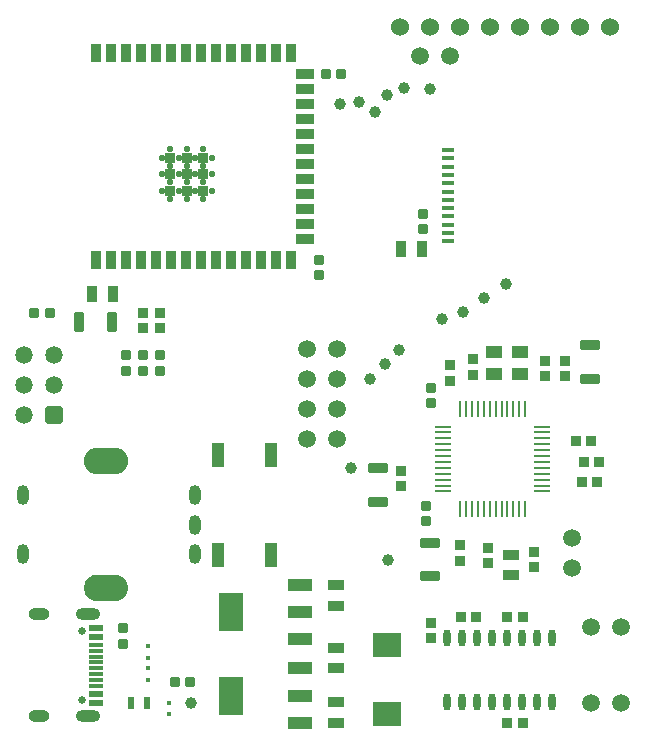
<source format=gbr>
%TF.GenerationSoftware,Altium Limited,Altium Designer,20.1.8 (145)*%
G04 Layer_Color=255*
%FSLAX45Y45*%
%MOMM*%
%TF.SameCoordinates,75FC8B90-4BF3-40FB-8E76-FB7BBE10E466*%
%TF.FilePolarity,Positive*%
%TF.FileFunction,Pads,Top*%
%TF.Part,Single*%
G01*
G75*
%TA.AperFunction,SMDPad,CuDef*%
G04:AMPARAMS|DCode=10|XSize=1.1mm|YSize=1.4mm|CornerRadius=0.055mm|HoleSize=0mm|Usage=FLASHONLY|Rotation=270.000|XOffset=0mm|YOffset=0mm|HoleType=Round|Shape=RoundedRectangle|*
%AMROUNDEDRECTD10*
21,1,1.10000,1.29000,0,0,270.0*
21,1,0.99000,1.40000,0,0,270.0*
1,1,0.11000,-0.64500,-0.49500*
1,1,0.11000,-0.64500,0.49500*
1,1,0.11000,0.64500,0.49500*
1,1,0.11000,0.64500,-0.49500*
%
%ADD10ROUNDEDRECTD10*%
G04:AMPARAMS|DCode=11|XSize=0.848mm|YSize=0.848mm|CornerRadius=0.0424mm|HoleSize=0mm|Usage=FLASHONLY|Rotation=0.000|XOffset=0mm|YOffset=0mm|HoleType=Round|Shape=RoundedRectangle|*
%AMROUNDEDRECTD11*
21,1,0.84800,0.76320,0,0,0.0*
21,1,0.76320,0.84800,0,0,0.0*
1,1,0.08480,0.38160,-0.38160*
1,1,0.08480,-0.38160,-0.38160*
1,1,0.08480,-0.38160,0.38160*
1,1,0.08480,0.38160,0.38160*
%
%ADD11ROUNDEDRECTD11*%
G04:AMPARAMS|DCode=12|XSize=0.848mm|YSize=0.848mm|CornerRadius=0.0424mm|HoleSize=0mm|Usage=FLASHONLY|Rotation=270.000|XOffset=0mm|YOffset=0mm|HoleType=Round|Shape=RoundedRectangle|*
%AMROUNDEDRECTD12*
21,1,0.84800,0.76320,0,0,270.0*
21,1,0.76320,0.84800,0,0,270.0*
1,1,0.08480,-0.38160,-0.38160*
1,1,0.08480,-0.38160,0.38160*
1,1,0.08480,0.38160,0.38160*
1,1,0.08480,0.38160,-0.38160*
%
%ADD12ROUNDEDRECTD12*%
%TA.AperFunction,ConnectorPad*%
%ADD13R,1.20500X0.60000*%
%ADD14R,1.20500X0.30000*%
%TA.AperFunction,SMDPad,CuDef*%
%ADD15C,1.00000*%
G04:AMPARAMS|DCode=16|XSize=2.1mm|YSize=1mm|CornerRadius=0.05mm|HoleSize=0mm|Usage=FLASHONLY|Rotation=270.000|XOffset=0mm|YOffset=0mm|HoleType=Round|Shape=RoundedRectangle|*
%AMROUNDEDRECTD16*
21,1,2.10000,0.90000,0,0,270.0*
21,1,2.00000,1.00000,0,0,270.0*
1,1,0.10000,-0.45000,-1.00000*
1,1,0.10000,-0.45000,1.00000*
1,1,0.10000,0.45000,1.00000*
1,1,0.10000,0.45000,-1.00000*
%
%ADD16ROUNDEDRECTD16*%
G04:AMPARAMS|DCode=17|XSize=0.85mm|YSize=0.8mm|CornerRadius=0.04mm|HoleSize=0mm|Usage=FLASHONLY|Rotation=180.000|XOffset=0mm|YOffset=0mm|HoleType=Round|Shape=RoundedRectangle|*
%AMROUNDEDRECTD17*
21,1,0.85000,0.72000,0,0,180.0*
21,1,0.77000,0.80000,0,0,180.0*
1,1,0.08000,-0.38500,0.36000*
1,1,0.08000,0.38500,0.36000*
1,1,0.08000,0.38500,-0.36000*
1,1,0.08000,-0.38500,-0.36000*
%
%ADD17ROUNDEDRECTD17*%
G04:AMPARAMS|DCode=18|XSize=0.85mm|YSize=0.8mm|CornerRadius=0.048mm|HoleSize=0mm|Usage=FLASHONLY|Rotation=180.000|XOffset=0mm|YOffset=0mm|HoleType=Round|Shape=RoundedRectangle|*
%AMROUNDEDRECTD18*
21,1,0.85000,0.70400,0,0,180.0*
21,1,0.75400,0.80000,0,0,180.0*
1,1,0.09600,-0.37700,0.35200*
1,1,0.09600,0.37700,0.35200*
1,1,0.09600,0.37700,-0.35200*
1,1,0.09600,-0.37700,-0.35200*
%
%ADD18ROUNDEDRECTD18*%
%ADD19O,0.25000X1.40000*%
%ADD20O,1.40000X0.25000*%
G04:AMPARAMS|DCode=21|XSize=1.65mm|YSize=0.8mm|CornerRadius=0.04mm|HoleSize=0mm|Usage=FLASHONLY|Rotation=0.000|XOffset=0mm|YOffset=0mm|HoleType=Round|Shape=RoundedRectangle|*
%AMROUNDEDRECTD21*
21,1,1.65000,0.72000,0,0,0.0*
21,1,1.57000,0.80000,0,0,0.0*
1,1,0.08000,0.78500,-0.36000*
1,1,0.08000,-0.78500,-0.36000*
1,1,0.08000,-0.78500,0.36000*
1,1,0.08000,0.78500,0.36000*
%
%ADD21ROUNDEDRECTD21*%
%TA.AperFunction,ConnectorPad*%
%ADD22R,1.00000X0.45000*%
%TA.AperFunction,BGAPad,CuDef*%
%ADD23R,0.90000X0.90000*%
%TA.AperFunction,ConnectorPad*%
%ADD24R,1.50000X0.90000*%
%ADD25R,0.90000X1.50000*%
%TA.AperFunction,SMDPad,CuDef*%
%ADD26R,0.60000X1.00000*%
%ADD27O,0.60000X1.45000*%
%ADD28R,2.15000X3.25000*%
%ADD29R,2.15000X1.00000*%
G04:AMPARAMS|DCode=30|XSize=0.3mm|YSize=0.4mm|CornerRadius=0.0015mm|HoleSize=0mm|Usage=FLASHONLY|Rotation=0.000|XOffset=0mm|YOffset=0mm|HoleType=Round|Shape=RoundedRectangle|*
%AMROUNDEDRECTD30*
21,1,0.30000,0.39700,0,0,0.0*
21,1,0.29700,0.40000,0,0,0.0*
1,1,0.00300,0.14850,-0.19850*
1,1,0.00300,-0.14850,-0.19850*
1,1,0.00300,-0.14850,0.19850*
1,1,0.00300,0.14850,0.19850*
%
%ADD30ROUNDEDRECTD30*%
G04:AMPARAMS|DCode=31|XSize=0.85mm|YSize=0.8mm|CornerRadius=0.048mm|HoleSize=0mm|Usage=FLASHONLY|Rotation=270.000|XOffset=0mm|YOffset=0mm|HoleType=Round|Shape=RoundedRectangle|*
%AMROUNDEDRECTD31*
21,1,0.85000,0.70400,0,0,270.0*
21,1,0.75400,0.80000,0,0,270.0*
1,1,0.09600,-0.35200,-0.37700*
1,1,0.09600,-0.35200,0.37700*
1,1,0.09600,0.35200,0.37700*
1,1,0.09600,0.35200,-0.37700*
%
%ADD31ROUNDEDRECTD31*%
G04:AMPARAMS|DCode=32|XSize=2.35mm|YSize=2.1mm|CornerRadius=0.0105mm|HoleSize=0mm|Usage=FLASHONLY|Rotation=0.000|XOffset=0mm|YOffset=0mm|HoleType=Round|Shape=RoundedRectangle|*
%AMROUNDEDRECTD32*
21,1,2.35000,2.07900,0,0,0.0*
21,1,2.32900,2.10000,0,0,0.0*
1,1,0.02100,1.16450,-1.03950*
1,1,0.02100,-1.16450,-1.03950*
1,1,0.02100,-1.16450,1.03950*
1,1,0.02100,1.16450,1.03950*
%
%ADD32ROUNDEDRECTD32*%
G04:AMPARAMS|DCode=33|XSize=1.65mm|YSize=0.8mm|CornerRadius=0.04mm|HoleSize=0mm|Usage=FLASHONLY|Rotation=90.000|XOffset=0mm|YOffset=0mm|HoleType=Round|Shape=RoundedRectangle|*
%AMROUNDEDRECTD33*
21,1,1.65000,0.72000,0,0,90.0*
21,1,1.57000,0.80000,0,0,90.0*
1,1,0.08000,0.36000,0.78500*
1,1,0.08000,0.36000,-0.78500*
1,1,0.08000,-0.36000,-0.78500*
1,1,0.08000,-0.36000,0.78500*
%
%ADD33ROUNDEDRECTD33*%
G04:AMPARAMS|DCode=34|XSize=1.275mm|YSize=0.9mm|CornerRadius=0.045mm|HoleSize=0mm|Usage=FLASHONLY|Rotation=0.000|XOffset=0mm|YOffset=0mm|HoleType=Round|Shape=RoundedRectangle|*
%AMROUNDEDRECTD34*
21,1,1.27500,0.81000,0,0,0.0*
21,1,1.18500,0.90000,0,0,0.0*
1,1,0.09000,0.59250,-0.40500*
1,1,0.09000,-0.59250,-0.40500*
1,1,0.09000,-0.59250,0.40500*
1,1,0.09000,0.59250,0.40500*
%
%ADD34ROUNDEDRECTD34*%
G04:AMPARAMS|DCode=35|XSize=1.275mm|YSize=0.9mm|CornerRadius=0.045mm|HoleSize=0mm|Usage=FLASHONLY|Rotation=90.000|XOffset=0mm|YOffset=0mm|HoleType=Round|Shape=RoundedRectangle|*
%AMROUNDEDRECTD35*
21,1,1.27500,0.81000,0,0,90.0*
21,1,1.18500,0.90000,0,0,90.0*
1,1,0.09000,0.40500,0.59250*
1,1,0.09000,0.40500,-0.59250*
1,1,0.09000,-0.40500,-0.59250*
1,1,0.09000,-0.40500,0.59250*
%
%ADD35ROUNDEDRECTD35*%
%TA.AperFunction,ComponentPad*%
%ADD41C,0.65000*%
%ADD42O,2.10000X1.00000*%
%ADD43O,1.80000X1.00000*%
%ADD44C,1.50000*%
%ADD45C,0.56000*%
G04:AMPARAMS|DCode=46|XSize=1.5mm|YSize=1.45mm|CornerRadius=0.18125mm|HoleSize=0mm|Usage=FLASHONLY|Rotation=90.000|XOffset=0mm|YOffset=0mm|HoleType=Round|Shape=RoundedRectangle|*
%AMROUNDEDRECTD46*
21,1,1.50000,1.08750,0,0,90.0*
21,1,1.13750,1.45000,0,0,90.0*
1,1,0.36250,0.54375,0.56875*
1,1,0.36250,0.54375,-0.56875*
1,1,0.36250,-0.54375,-0.56875*
1,1,0.36250,-0.54375,0.56875*
%
%ADD46ROUNDEDRECTD46*%
%ADD47O,1.45000X1.50000*%
G04:AMPARAMS|DCode=48|XSize=2.25mm|YSize=3.75mm|CornerRadius=1.125mm|HoleSize=0mm|Usage=FLASHONLY|Rotation=90.000|XOffset=0mm|YOffset=0mm|HoleType=Round|Shape=RoundedRectangle|*
%AMROUNDEDRECTD48*
21,1,2.25000,1.50000,0,0,90.0*
21,1,0.00000,3.75000,0,0,90.0*
1,1,2.25000,0.75000,0.00000*
1,1,2.25000,0.75000,0.00000*
1,1,2.25000,-0.75000,0.00000*
1,1,2.25000,-0.75000,0.00000*
%
%ADD48ROUNDEDRECTD48*%
%ADD49O,3.75000X2.25000*%
%ADD50O,1.00000X1.70000*%
%ADD51C,1.52400*%
D10*
X4122560Y3226559D02*
D03*
Y3406559D02*
D03*
X4342560Y3226559D02*
D03*
Y3406559D02*
D03*
D11*
X4553801Y3333379D02*
D03*
Y3203379D02*
D03*
X4723981Y3333379D02*
D03*
Y3203379D02*
D03*
X3944201Y3346080D02*
D03*
Y3216080D02*
D03*
X4463001Y1589080D02*
D03*
Y1719080D02*
D03*
X4074881Y1624160D02*
D03*
Y1754161D02*
D03*
X3836781Y1641300D02*
D03*
Y1771300D02*
D03*
X3751161Y3295280D02*
D03*
Y3165280D02*
D03*
X3339005Y2276080D02*
D03*
Y2406081D02*
D03*
X3590020Y1117944D02*
D03*
Y987943D02*
D03*
D12*
X5013241Y2478700D02*
D03*
X4883241D02*
D03*
X4945781Y2653780D02*
D03*
X4815781D02*
D03*
X4998641Y2305210D02*
D03*
X4868641D02*
D03*
X3840420Y1164222D02*
D03*
X3970420D02*
D03*
X4364420D02*
D03*
X4234420D02*
D03*
X4364420Y266921D02*
D03*
X4234420D02*
D03*
D13*
X751502Y436293D02*
D03*
Y516278D02*
D03*
Y996287D02*
D03*
Y1076272D02*
D03*
D14*
Y581276D02*
D03*
Y631289D02*
D03*
Y681276D02*
D03*
Y731289D02*
D03*
Y781276D02*
D03*
Y831289D02*
D03*
Y881276D02*
D03*
Y931288D02*
D03*
D15*
X4223165Y3981836D02*
D03*
X3682581Y3686661D02*
D03*
X4037477Y3865023D02*
D03*
X3070860Y3179260D02*
D03*
X3200400Y3305561D02*
D03*
X3322320Y3422539D02*
D03*
X3858539Y3750447D02*
D03*
X2822500Y5509220D02*
D03*
X2981309Y5522710D02*
D03*
X3117380Y5442606D02*
D03*
X3220951Y5582616D02*
D03*
X3362471Y5643400D02*
D03*
X3583139Y5638466D02*
D03*
X3221498Y1651420D02*
D03*
X1555066Y436293D02*
D03*
X2913840Y2428700D02*
D03*
D16*
X2236680Y2533280D02*
D03*
Y1693280D02*
D03*
X1786680Y2533280D02*
D03*
Y1693280D02*
D03*
D17*
X1296930Y3612220D02*
D03*
Y3742221D02*
D03*
X1150980Y3612220D02*
D03*
Y3742221D02*
D03*
D18*
X1296930Y3250021D02*
D03*
Y3380021D02*
D03*
X1007280D02*
D03*
Y3250021D02*
D03*
X1150980D02*
D03*
Y3380021D02*
D03*
X3588601Y3107665D02*
D03*
Y2977665D02*
D03*
X2645145Y4057457D02*
D03*
Y4187457D02*
D03*
X977900Y1070180D02*
D03*
Y940180D02*
D03*
X3547961Y1979340D02*
D03*
Y2109340D02*
D03*
X3520658Y4448460D02*
D03*
Y4578460D02*
D03*
D19*
X4386781Y2083700D02*
D03*
X4336781D02*
D03*
X4286781D02*
D03*
X4236781D02*
D03*
X4186781D02*
D03*
X4136781D02*
D03*
X4086781D02*
D03*
X4036781D02*
D03*
X3986781D02*
D03*
X3936781D02*
D03*
X3886781D02*
D03*
X3836781D02*
D03*
Y2923700D02*
D03*
X3886781D02*
D03*
X3936781D02*
D03*
X3986781D02*
D03*
X4036781D02*
D03*
X4086781D02*
D03*
X4136781D02*
D03*
X4186781D02*
D03*
X4236781D02*
D03*
X4286781D02*
D03*
X4336781D02*
D03*
X4386781D02*
D03*
D20*
X3691781Y2228700D02*
D03*
Y2278700D02*
D03*
Y2328700D02*
D03*
Y2378700D02*
D03*
Y2428700D02*
D03*
Y2478700D02*
D03*
Y2528700D02*
D03*
Y2578700D02*
D03*
Y2628700D02*
D03*
Y2678700D02*
D03*
Y2728700D02*
D03*
Y2778700D02*
D03*
X4531781D02*
D03*
Y2728700D02*
D03*
Y2678700D02*
D03*
Y2628700D02*
D03*
Y2578700D02*
D03*
Y2528700D02*
D03*
Y2478700D02*
D03*
Y2428700D02*
D03*
Y2378700D02*
D03*
Y2328700D02*
D03*
Y2278700D02*
D03*
Y2228700D02*
D03*
D21*
X4932261Y3180759D02*
D03*
Y3465759D02*
D03*
X3583521Y1793920D02*
D03*
Y1508920D02*
D03*
X3139743Y2428700D02*
D03*
Y2143700D02*
D03*
D22*
X3733800Y4348460D02*
D03*
Y4418460D02*
D03*
Y4488460D02*
D03*
Y4558460D02*
D03*
Y4628460D02*
D03*
Y4698460D02*
D03*
Y4768460D02*
D03*
Y4838460D02*
D03*
Y4908460D02*
D03*
Y4978460D02*
D03*
Y5048460D02*
D03*
Y5118460D02*
D03*
D23*
X1382280Y4774720D02*
D03*
Y4914720D02*
D03*
Y5054720D02*
D03*
X1522280Y4914720D02*
D03*
Y4774720D02*
D03*
Y5054720D02*
D03*
X1662280Y4774720D02*
D03*
Y4914720D02*
D03*
Y5054720D02*
D03*
D24*
X2526280Y5763220D02*
D03*
Y5636220D02*
D03*
Y5509220D02*
D03*
Y5382220D02*
D03*
Y5255220D02*
D03*
Y5128220D02*
D03*
Y5001220D02*
D03*
Y4874220D02*
D03*
Y4747220D02*
D03*
Y4620220D02*
D03*
Y4493220D02*
D03*
Y4366220D02*
D03*
D25*
X750280Y5939720D02*
D03*
X877280D02*
D03*
X1004280D02*
D03*
X1131280D02*
D03*
X1258280D02*
D03*
X1385280D02*
D03*
X1512280D02*
D03*
X1639280D02*
D03*
X1766280D02*
D03*
X1893280D02*
D03*
X2020280D02*
D03*
X2147280D02*
D03*
X2274280D02*
D03*
X2401280D02*
D03*
Y4189720D02*
D03*
X2274280D02*
D03*
X2147280D02*
D03*
X2020280D02*
D03*
X1893280D02*
D03*
X1766280D02*
D03*
X1639280D02*
D03*
X1512280D02*
D03*
X1385280D02*
D03*
X1258280D02*
D03*
X1131280D02*
D03*
X1004280D02*
D03*
X877280D02*
D03*
X750280D02*
D03*
D26*
X1183020Y436293D02*
D03*
X1049020D02*
D03*
D27*
X4615420Y989582D02*
D03*
X4488420D02*
D03*
X4361420D02*
D03*
X4234420D02*
D03*
X4107420D02*
D03*
X3980420D02*
D03*
X3853420D02*
D03*
X3726420D02*
D03*
X4615420Y444582D02*
D03*
X4488420D02*
D03*
X4361420D02*
D03*
X4234420D02*
D03*
X4107420D02*
D03*
X3980420D02*
D03*
X3853420D02*
D03*
X3726420D02*
D03*
D28*
X1894121Y501200D02*
D03*
Y1208100D02*
D03*
D29*
X2479121Y731200D02*
D03*
Y501200D02*
D03*
Y271200D02*
D03*
Y1438100D02*
D03*
Y1208100D02*
D03*
Y978100D02*
D03*
D30*
X1191260Y636289D02*
D03*
Y731289D02*
D03*
Y917240D02*
D03*
Y822240D02*
D03*
X1371600Y341293D02*
D03*
Y436293D02*
D03*
D31*
X1552400Y614296D02*
D03*
X1422400D02*
D03*
X2696370Y5763220D02*
D03*
X2826370D02*
D03*
X360000Y3739200D02*
D03*
X230000D02*
D03*
D32*
X3213100Y347980D02*
D03*
Y932980D02*
D03*
D33*
X889980Y3662520D02*
D03*
X604980D02*
D03*
D34*
X2788002Y731201D02*
D03*
Y906441D02*
D03*
X2788001Y1438100D02*
D03*
Y1262860D02*
D03*
X4267261Y1693920D02*
D03*
Y1518680D02*
D03*
X2788001Y271200D02*
D03*
Y446440D02*
D03*
D35*
X895060Y3896480D02*
D03*
X719820D02*
D03*
X3339180Y4280000D02*
D03*
X3514420D02*
D03*
D41*
X636009Y1046274D02*
D03*
Y467281D02*
D03*
D42*
X686001Y1188286D02*
D03*
Y324279D02*
D03*
D43*
X267993Y1188286D02*
D03*
Y324279D02*
D03*
D44*
X2538094Y3433784D02*
D03*
Y3179784D02*
D03*
X2794000Y3433784D02*
D03*
Y3179784D02*
D03*
Y2671784D02*
D03*
Y2925784D02*
D03*
X2538094Y2671784D02*
D03*
X4945380Y436880D02*
D03*
X5199380D02*
D03*
X4945382Y1084580D02*
D03*
X5199382D02*
D03*
X3746500Y5913500D02*
D03*
X3492500D02*
D03*
X4780309Y1576652D02*
D03*
Y1830652D02*
D03*
X2538094Y2925784D02*
D03*
D45*
X1452280Y5054720D02*
D03*
X1592280D02*
D03*
Y4774720D02*
D03*
X1452280D02*
D03*
X1662280Y4704720D02*
D03*
X1522280D02*
D03*
X1382280D02*
D03*
X1732280Y5054720D02*
D03*
Y4914720D02*
D03*
Y4774720D02*
D03*
X1382280Y5124720D02*
D03*
X1662280D02*
D03*
X1522280D02*
D03*
X1312280Y5054720D02*
D03*
Y4774720D02*
D03*
Y4914720D02*
D03*
X1662280Y4984720D02*
D03*
Y4844720D02*
D03*
X1522280Y4984720D02*
D03*
Y4844720D02*
D03*
X1382280Y4984720D02*
D03*
Y4844720D02*
D03*
X1592280Y4914720D02*
D03*
X1452280D02*
D03*
D46*
X397000Y2876000D02*
D03*
D47*
Y3130000D02*
D03*
Y3384000D02*
D03*
X143000D02*
D03*
Y3130000D02*
D03*
Y2876000D02*
D03*
D48*
X838200Y1410680D02*
D03*
D49*
Y2485680D02*
D03*
D50*
X138200Y2198180D02*
D03*
Y1698180D02*
D03*
X1588200Y1948180D02*
D03*
Y2198180D02*
D03*
Y1698180D02*
D03*
D51*
X5103001Y6162500D02*
D03*
X4849001D02*
D03*
X4595001D02*
D03*
X4341001D02*
D03*
X4087001D02*
D03*
X3833001D02*
D03*
X3579001D02*
D03*
X3325001D02*
D03*
%TF.MD5,e61532f776ac78d4dd0b060094cd059a*%
M02*

</source>
